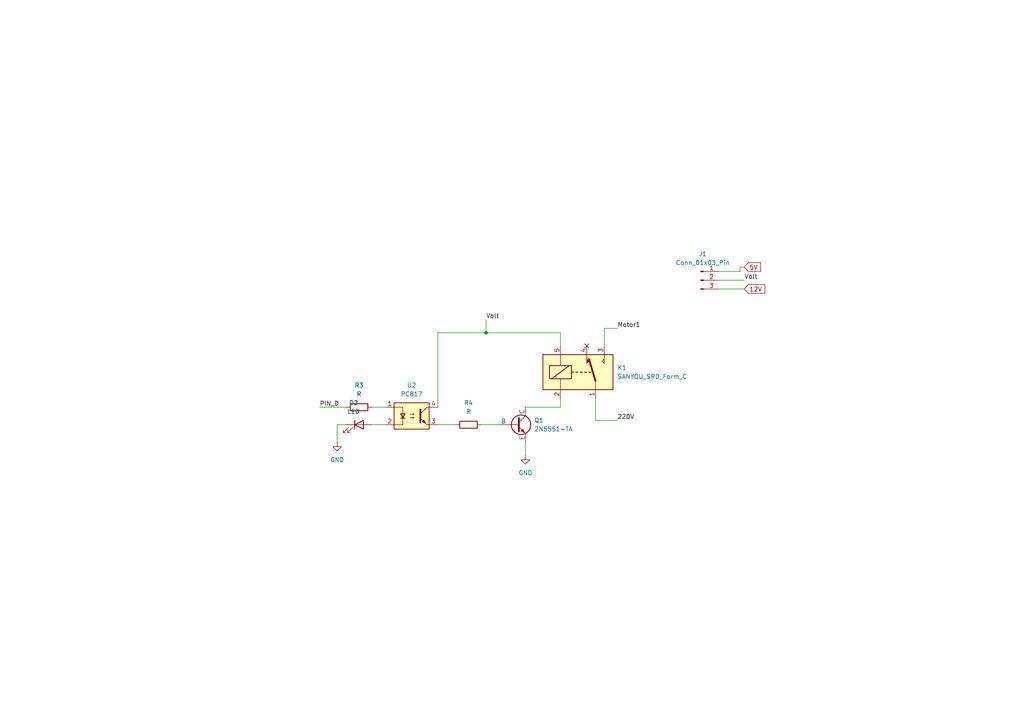
<source format=kicad_sch>
(kicad_sch (version 20231120) (generator "eeschema") (generator_version "8.0")
  (paper "A4")
  (lib_symbols
    (symbol "2N5551-TA:2N5551-TA" (pin_numbers hide) (pin_names (offset 0))
      (property "Reference" "Q" (at -2.54 7.62 0))
      (property "Value" "2N5551-TA" (at -6.35 4.318 0))
      (symbol "2N5551-TA_0_1"
        (polyline (pts (xy -2.54 0) (xy 0.635 0)) (stroke (width 0.1524)))
        (polyline (pts (xy 0.635 0.635) (xy 2.54 2.54)))
        (polyline (pts (xy 2.794 -1.27) (xy 2.794 -1.27)) (stroke (width 0.1524)))
        (polyline (pts (xy 2.794 -1.27) (xy 2.794 -1.27)) (stroke (width 0.1524)))
        (polyline (pts (xy 0.635 -0.635) (xy 2.54 -2.54) (xy 2.54 -2.54)))
        (polyline (pts (xy 0.635 1.905) (xy 0.635 -1.905) (xy 0.635 -1.905)) (stroke (width 0.508)))
        (polyline (pts (xy 1.27 -1.778) (xy 1.778 -1.27) (xy 2.286 -2.286) (xy 1.27 -1.778) (xy 1.27 -1.778)) (fill (type outline)))
        (circle (center 1.27 0) (radius 2.8194) (stroke (width 0.254)))
      )
      (symbol "2N5551-TA_1_1"
        (pin open_collector line (at 2.54 5.08 270) (length 2.54) (name "C") (number "1"))
        (pin input line (at -5.08 0 0) (length 2.54) (name "B") (number "2"))
        (pin open_emitter line (at 2.54 -5.08 90) (length 2.54) (name "E") (number "3"))
      )
    )
    (symbol "Connector:Conn_01x03_Pin" (pin_names (offset 1.016) hide)
      (property "Reference" "J" (at 0 5.08 0))
      (property "Value" "Conn_01x03_Pin" (at 0 -5.08 0))
      (symbol "Conn_01x03_Pin_1_1"
        (polyline (pts (xy 1.27 -2.54) (xy 0.8636 -2.54)) (stroke (width 0.1524)))
        (polyline (pts (xy 1.27 0) (xy 0.8636 0)) (stroke (width 0.1524)))
        (polyline (pts (xy 1.27 2.54) (xy 0.8636 2.54)) (stroke (width 0.1524)))
        (rectangle (start 0.8636 -2.413) (end 0 -2.667) (stroke (width 0.1524)) (fill (type outline)))
        (rectangle (start 0.8636 0.127) (end 0 -0.127) (stroke (width 0.1524)) (fill (type outline)))
        (rectangle (start 0.8636 2.667) (end 0 2.413) (stroke (width 0.1524)) (fill (type outline)))
        (pin passive line (at 5.08 2.54 180) (length 3.81) (name "Pin_1") (number "1"))
        (pin passive line (at 5.08 0 180) (length 3.81) (name "Pin_2") (number "2"))
        (pin passive line (at 5.08 -2.54 180) (length 3.81) (name "Pin_3") (number "3"))
      )
    )
    (symbol "Device:LED" (pin_numbers hide) (pin_names (offset 1.016) hide)
      (property "Reference" "D" (at 0 2.54 0))
      (property "Value" "LED" (at 0 -2.54 0))
      (symbol "LED_0_1"
        (polyline (pts (xy -1.27 -1.27) (xy -1.27 1.27)) (stroke (width 0.254)))
        (polyline (pts (xy -1.27 0) (xy 1.27 0)))
        (polyline (pts (xy 1.27 -1.27) (xy 1.27 1.27) (xy -1.27 0) (xy 1.27 -1.27)) (stroke (width 0.254)))
        (polyline (pts (xy -3.048 -0.762) (xy -4.572 -2.286) (xy -3.81 -2.286) (xy -4.572 -2.286) (xy -4.572 -1.524)))
        (polyline (pts (xy -1.778 -0.762) (xy -3.302 -2.286) (xy -2.54 -2.286) (xy -3.302 -2.286) (xy -3.302 -1.524)))
      )
      (symbol "LED_1_1"
        (pin passive line (at -3.81 0 0) (length 2.54) (name "K") (number "1"))
        (pin passive line (at 3.81 0 180) (length 2.54) (name "A") (number "2"))
      )
    )
    (symbol "Device:R" (pin_numbers hide) (pin_names (offset 0))
      (property "Reference" "R" (at 2.032 0 90))
      (property "Value" "R" (at 0 0 90))
      (symbol "R_0_1"
        (rectangle (start -1.016 -2.54) (end 1.016 2.54) (stroke (width 0.254)))
      )
      (symbol "R_1_1"
        (pin passive line (at 0 3.81 270) (length 1.27) (name "~") (number "1"))
        (pin passive line (at 0 -3.81 90) (length 1.27) (name "~") (number "2"))
      )
    )
    (symbol "Isolator:PC817" (pin_names (offset 1.016))
      (property "Reference" "U" (at -5.08 5.08 0))
      (property "Value" "PC817" (at 0 5.08 0))
      (symbol "PC817_0_1"
        (rectangle (start -5.08 3.81) (end 5.08 -3.81) (stroke (width 0.254)) (fill (type background)))
        (polyline (pts (xy -3.175 -0.635) (xy -1.905 -0.635)) (stroke (width 0.254)))
        (polyline (pts (xy 2.54 0.635) (xy 4.445 2.54)))
        (polyline (pts (xy 4.445 -2.54) (xy 2.54 -0.635)) (fill (type outline)))
        (polyline (pts (xy 4.445 -2.54) (xy 5.08 -2.54)))
        (polyline (pts (xy 4.445 2.54) (xy 5.08 2.54)))
        (polyline (pts (xy -5.08 2.54) (xy -2.54 2.54) (xy -2.54 -0.635)))
        (polyline (pts (xy -2.54 -0.635) (xy -2.54 -2.54) (xy -5.08 -2.54)))
        (polyline (pts (xy 2.54 1.905) (xy 2.54 -1.905) (xy 2.54 -1.905)) (stroke (width 0.508)))
        (polyline (pts (xy -2.54 -0.635) (xy -3.175 0.635) (xy -1.905 0.635) (xy -2.54 -0.635)) (stroke (width 0.254)))
        (polyline (pts (xy -0.508 -0.508) (xy 0.762 -0.508) (xy 0.381 -0.635) (xy 0.381 -0.381) (xy 0.762 -0.508)))
        (polyline (pts (xy -0.508 0.508) (xy 0.762 0.508) (xy 0.381 0.381) (xy 0.381 0.635) (xy 0.762 0.508)))
        (polyline (pts (xy 3.048 -1.651) (xy 3.556 -1.143) (xy 4.064 -2.159) (xy 3.048 -1.651) (xy 3.048 -1.651)) (fill (type outline)))
      )
      (symbol "PC817_1_1"
        (pin passive line (at -7.62 2.54 0) (length 2.54) (name "~") (number "1"))
        (pin passive line (at -7.62 -2.54 0) (length 2.54) (name "~") (number "2"))
        (pin passive line (at 7.62 -2.54 180) (length 2.54) (name "~") (number "3"))
        (pin passive line (at 7.62 2.54 180) (length 2.54) (name "~") (number "4"))
      )
    )
    (symbol "Relay:SANYOU_SRD_Form_C"
      (property "Reference" "K" (at 11.43 3.81 0))
      (property "Value" "SANYOU_SRD_Form_C" (at 11.43 1.27 0))
      (symbol "SANYOU_SRD_Form_C_0_0"
        (polyline (pts (xy 7.62 5.08) (xy 7.62 2.54) (xy 6.985 3.175) (xy 7.62 3.81)))
      )
      (symbol "SANYOU_SRD_Form_C_0_1"
        (rectangle (start -10.16 5.08) (end 10.16 -5.08) (stroke (width 0.254)) (fill (type background)))
        (rectangle (start -8.255 1.905) (end -1.905 -1.905) (stroke (width 0.254)))
        (polyline (pts (xy -7.62 -1.905) (xy -2.54 1.905)) (stroke (width 0.254)))
        (polyline (pts (xy -5.08 -5.08) (xy -5.08 -1.905)))
        (polyline (pts (xy -5.08 5.08) (xy -5.08 1.905)))
        (polyline (pts (xy -1.905 0) (xy -1.27 0)) (stroke (width 0.254)))
        (polyline (pts (xy -0.635 0) (xy 0 0)) (stroke (width 0.254)))
        (polyline (pts (xy 0.635 0) (xy 1.27 0)) (stroke (width 0.254)))
        (polyline (pts (xy 1.905 0) (xy 2.54 0)) (stroke (width 0.254)))
        (polyline (pts (xy 3.175 0) (xy 3.81 0)) (stroke (width 0.254)))
        (polyline (pts (xy 5.08 -2.54) (xy 3.175 3.81)) (stroke (width 0.508)))
        (polyline (pts (xy 5.08 -2.54) (xy 5.08 -5.08)))
      )
      (symbol "SANYOU_SRD_Form_C_1_1"
        (polyline (pts (xy 2.54 3.81) (xy 3.175 3.175) (xy 2.54 2.54) (xy 2.54 5.08)) (fill (type outline)))
        (pin passive line (at 5.08 -7.62 90) (length 2.54) (name "~") (number "1"))
        (pin passive line (at -5.08 -7.62 90) (length 2.54) (name "~") (number "2"))
        (pin passive line (at 7.62 7.62 270) (length 2.54) (name "~") (number "3"))
        (pin passive line (at 2.54 7.62 270) (length 2.54) (name "~") (number "4"))
        (pin passive line (at -5.08 7.62 270) (length 2.54) (name "~") (number "5"))
      )
    )
    (symbol "power:GND" (power) (pin_numbers hide) (pin_names (offset 0) hide)
      (property "Value" "GND" (at 0 -3.81 0))
      (symbol "GND_0_1"
        (polyline (pts (xy 0 0) (xy 0 -1.27) (xy 1.27 -1.27) (xy 0 -2.54) (xy -1.27 -1.27) (xy 0 -1.27)))
      )
      (symbol "GND_1_1"
        (pin power_in line (at 0 0 270) (length 0) (name "~") (number "1"))
      )
    )
  )
  (junction (at 140.97 96.52))
  (no_connect (at 170.18 100.33))
  (wire (pts (xy 179.07 121.92) (xy 172.72 121.92)))
  (wire (pts (xy 179.07 95.25) (xy 175.26 95.25)))
  (wire (pts (xy 175.26 95.25) (xy 175.26 100.33)))
  (wire (pts (xy 172.72 121.92) (xy 172.72 115.57)))
  (wire (pts (xy 127 123.19) (xy 132.08 123.19)))
  (wire (pts (xy 127 96.52) (xy 140.97 96.52)))
  (wire (pts (xy 214.63 77.47) (xy 215.9 77.47)))
  (wire (pts (xy 140.97 92.71) (xy 140.97 96.52)))
  (wire (pts (xy 97.79 123.19) (xy 100.33 123.19)))
  (wire (pts (xy 139.7 123.19) (xy 144.78 123.19)))
  (wire (pts (xy 162.56 118.11) (xy 162.56 115.57)))
  (wire (pts (xy 92.71 118.11) (xy 100.33 118.11)))
  (wire (pts (xy 152.4 128.27) (xy 152.4 132.08)))
  (wire (pts (xy 208.28 83.82) (xy 215.9 83.82)))
  (wire (pts (xy 162.56 96.52) (xy 162.56 100.33)))
  (wire (pts (xy 214.63 78.74) (xy 208.28 78.74)))
  (wire (pts (xy 97.79 128.27) (xy 97.79 123.19)))
  (wire (pts (xy 107.95 118.11) (xy 111.76 118.11)))
  (wire (pts (xy 152.4 118.11) (xy 162.56 118.11)))
  (wire (pts (xy 140.97 96.52) (xy 162.56 96.52)))
  (wire (pts (xy 208.28 81.28) (xy 215.9 81.28)))
  (wire (pts (xy 107.95 123.19) (xy 111.76 123.19)))
  (wire (pts (xy 214.63 77.47) (xy 214.63 78.74)))
  (wire (pts (xy 127 118.11) (xy 127 96.52)))
  (label "Motor1" (at 179.07 95.25 0))
  (label "Volt" (at 215.9 81.28 0))
  (label "PIN_D" (at 92.71 118.11 0))
  (label "220V" (at 179.07 121.92 0))
  (label "Volt" (at 140.97 92.71 0))
  (global_label "5V" (shape input) (at 215.9 77.47 0) (property "Intersheetrefs" "${INTERSHEET_REFS}" (effects (hide yes))))
  (global_label "12V" (shape input) (at 215.9 83.82 0) (property "Intersheetrefs" "${INTERSHEET_REFS}" (effects (hide yes))))
  (symbol (lib_id "power:GND") (at 97.79 128.27 0) (unit 1)
    (property "Reference" "#PWR01" (effects (hide yes)))
    (property "Value" "GND" (at 97.79 133.35 0))
    (property "Description" "Power symbol creates a global label with name \"GND\" , ground" (effects (hide yes)))
  )
  (symbol (lib_id "Device:R") (at 135.89 123.19 90) (unit 1)
    (property "Reference" "R4" (at 135.89 116.84 90))
    (property "Value" "R" (at 135.89 119.38 90))
    (property "Footprint" "Resistor_SMD:R_0603_1608Metric_Pad0.98x0.95mm_HandSolder" (effects (hide yes)))
    (property "Description" "Resistor" (effects (hide yes)))
  )
  (symbol (lib_id "Relay:SANYOU_SRD_Form_C") (at 167.64 107.95 0) (unit 1)
    (property "Reference" "K1" (at 179.07 106.6799 0) (effects (justify left)))
    (property "Value" "SANYOU_SRD_Form_C" (at 179.07 109.2199 0) (effects (justify left)))
    (property "Footprint" "Relay_THT:Relay_SPDT_SANYOU_SRD_Series_Form_C" (effects (hide yes)))
    (property "Datasheet" "http://www.sanyourelay.ca/public/products/pdf/SRD.pdf" (effects (hide yes)))
    (property "Description" "Sanyo SRD relay, Single Pole Miniature Power Relay," (effects (hide yes)))
  )
  (symbol (lib_id "Connector:Conn_01x03_Pin") (at 203.2 81.28 0) (unit 1)
    (property "Reference" "J1" (at 203.835 73.66 0))
    (property "Value" "Conn_01x03_Pin" (at 203.835 76.2 0))
    (property "Footprint" "Connector_PinHeader_2.54mm:PinHeader_1x03_P2.54mm_Vertical" (effects (hide yes)))
    (property "Description" "Generic connector, single row, 01x03, script generated" (effects (hide yes)))
  )
  (symbol (lib_id "Device:LED") (at 104.14 123.19 0) (unit 1)
    (property "Reference" "D2" (at 102.5525 116.84 0))
    (property "Value" "LED" (at 102.5525 119.38 0))
    (property "Footprint" "LED_SMD:LED_0805_2012Metric_Pad1.15x1.40mm_HandSolder" (effects (hide yes)))
    (property "Description" "Light emitting diode" (effects (hide yes)))
  )
  (symbol (lib_id "power:GND") (at 152.4 132.08 0) (unit 1)
    (property "Reference" "#PWR02" (effects (hide yes)))
    (property "Value" "GND" (at 152.4 137.16 0))
    (property "Description" "Power symbol creates a global label with name \"GND\" , ground" (effects (hide yes)))
  )
  (symbol (lib_id "Device:R") (at 104.14 118.11 90) (unit 1)
    (property "Reference" "R3" (at 104.14 111.76 90))
    (property "Value" "R" (at 104.14 114.3 90))
    (property "Footprint" "Resistor_SMD:R_0603_1608Metric_Pad0.98x0.95mm_HandSolder" (effects (hide yes)))
    (property "Description" "Resistor" (effects (hide yes)))
  )
  (symbol (lib_id "Isolator:PC817") (at 119.38 120.65 0) (unit 1)
    (property "Reference" "U2" (at 119.38 111.76 0))
    (property "Value" "PC817" (at 119.38 114.3 0))
    (property "Footprint" "Package_DIP:DIP-4_W7.62mm" (effects (hide yes)))
    (property "Datasheet" "http://www.soselectronic.cz/a_info/resource/d/pc817.pdf" (effects (hide yes)))
    (property "Description" "DC Optocoupler, Vce 35V, CTR 50-300%, DIP-4" (effects (hide yes)))
  )
  (symbol (lib_id "2N5551-TA:2N5551-TA") (at 149.86 123.19 0) (unit 1)
    (property "Reference" "Q1" (at 154.94 121.9199 0) (effects (justify left)))
    (property "Value" "2N5551-TA" (at 154.94 124.4599 0) (effects (justify left)))
    (property "Datasheet" "https://ngspice.sourceforge.io/docs/ngspice-html-manual/manual.xhtml#cha_BJTs" (effects (hide yes)))
    (property "Description" "Bipolar transistor symbol for simulation only, substrate tied to the emitter" (effects (hide yes)))
    (property "Sim.Device" "NPN" (effects (hide yes)))
    (property "Sim.Type" "GUMMELPOON" (effects (hide yes)))
    (property "Sim.Pins" "1=C 2=B 3=E" (effects (hide yes)))
  )
)
</source>
